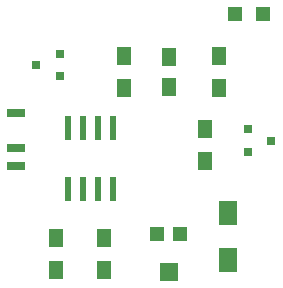
<source format=gtp>
G04 #@! TF.FileFunction,Paste,Top*
%FSLAX46Y46*%
G04 Gerber Fmt 4.6, Leading zero omitted, Abs format (unit mm)*
G04 Created by KiCad (PCBNEW 4.0.3-stable) date 2016 September 06, Tuesday 12:50:02*
%MOMM*%
%LPD*%
G01*
G04 APERTURE LIST*
%ADD10C,0.100000*%
%ADD11R,1.200000X1.200000*%
%ADD12R,1.600000X2.000000*%
%ADD13R,1.250000X1.500000*%
%ADD14R,0.800100X0.800100*%
%ADD15R,1.300000X1.500000*%
%ADD16R,1.600000X1.500000*%
%ADD17R,1.500000X0.700000*%
%ADD18R,0.600000X2.000000*%
G04 APERTURE END LIST*
D10*
D11*
X125300000Y-76900000D03*
X122900000Y-76900000D03*
D12*
X122300000Y-97700000D03*
X122300000Y-93700000D03*
D13*
X117300000Y-80550000D03*
X117300000Y-83050000D03*
D14*
X108100760Y-82150000D03*
X108100760Y-80250000D03*
X106101780Y-81200000D03*
X123999240Y-86650000D03*
X123999240Y-88550000D03*
X125998220Y-87600000D03*
D15*
X120400000Y-89350000D03*
X120400000Y-86650000D03*
X107800000Y-95850000D03*
X107800000Y-98550000D03*
X111800000Y-95850000D03*
X111800000Y-98550000D03*
X121600000Y-83150000D03*
X121600000Y-80450000D03*
X113500000Y-80450000D03*
X113500000Y-83150000D03*
D11*
X118300000Y-95500000D03*
X116300000Y-95500000D03*
D16*
X117300000Y-98750000D03*
D17*
X104350000Y-85250000D03*
X104350000Y-88250000D03*
X104350000Y-89750000D03*
D18*
X108795000Y-86500000D03*
X108795000Y-91700000D03*
X110065000Y-86500000D03*
X110065000Y-91700000D03*
X111335000Y-86500000D03*
X111335000Y-91700000D03*
X112605000Y-86500000D03*
X112605000Y-91700000D03*
M02*

</source>
